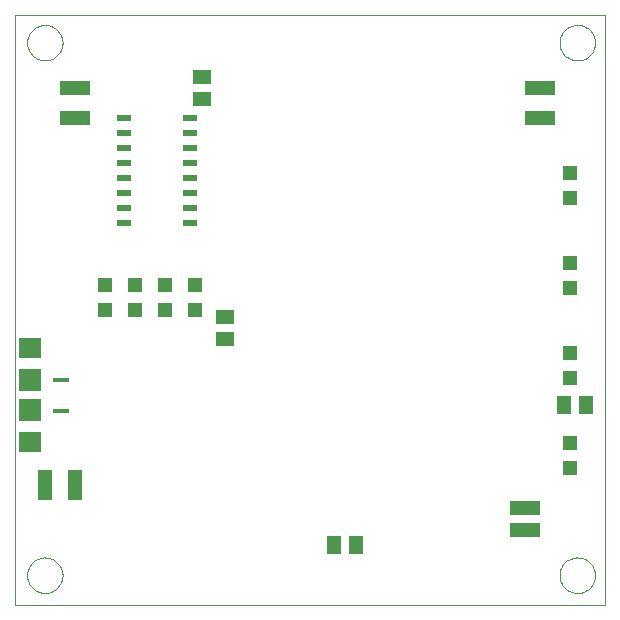
<source format=gtp>
G75*
%MOIN*%
%OFA0B0*%
%FSLAX24Y24*%
%IPPOS*%
%LPD*%
%AMOC8*
5,1,8,0,0,1.08239X$1,22.5*
%
%ADD10C,0.0000*%
%ADD11R,0.0472X0.0236*%
%ADD12R,0.0472X0.0472*%
%ADD13R,0.0512X0.0630*%
%ADD14R,0.0630X0.0512*%
%ADD15R,0.0500X0.1000*%
%ADD16R,0.1000X0.0500*%
%ADD17R,0.0551X0.0138*%
%ADD18R,0.0748X0.0709*%
%ADD19R,0.0748X0.0748*%
%ADD20R,0.0512X0.0591*%
%ADD21R,0.0591X0.0512*%
D10*
X000728Y000100D02*
X000728Y019785D01*
X020413Y019785D01*
X020413Y000100D01*
X000728Y000100D01*
X001137Y001100D02*
X001139Y001148D01*
X001145Y001196D01*
X001155Y001243D01*
X001168Y001289D01*
X001186Y001334D01*
X001206Y001378D01*
X001231Y001420D01*
X001259Y001459D01*
X001289Y001496D01*
X001323Y001530D01*
X001360Y001562D01*
X001398Y001591D01*
X001439Y001616D01*
X001482Y001638D01*
X001527Y001656D01*
X001573Y001670D01*
X001620Y001681D01*
X001668Y001688D01*
X001716Y001691D01*
X001764Y001690D01*
X001812Y001685D01*
X001860Y001676D01*
X001906Y001664D01*
X001951Y001647D01*
X001995Y001627D01*
X002037Y001604D01*
X002077Y001577D01*
X002115Y001547D01*
X002150Y001514D01*
X002182Y001478D01*
X002212Y001440D01*
X002238Y001399D01*
X002260Y001356D01*
X002280Y001312D01*
X002295Y001267D01*
X002307Y001220D01*
X002315Y001172D01*
X002319Y001124D01*
X002319Y001076D01*
X002315Y001028D01*
X002307Y000980D01*
X002295Y000933D01*
X002280Y000888D01*
X002260Y000844D01*
X002238Y000801D01*
X002212Y000760D01*
X002182Y000722D01*
X002150Y000686D01*
X002115Y000653D01*
X002077Y000623D01*
X002037Y000596D01*
X001995Y000573D01*
X001951Y000553D01*
X001906Y000536D01*
X001860Y000524D01*
X001812Y000515D01*
X001764Y000510D01*
X001716Y000509D01*
X001668Y000512D01*
X001620Y000519D01*
X001573Y000530D01*
X001527Y000544D01*
X001482Y000562D01*
X001439Y000584D01*
X001398Y000609D01*
X001360Y000638D01*
X001323Y000670D01*
X001289Y000704D01*
X001259Y000741D01*
X001231Y000780D01*
X001206Y000822D01*
X001186Y000866D01*
X001168Y000911D01*
X001155Y000957D01*
X001145Y001004D01*
X001139Y001052D01*
X001137Y001100D01*
X001137Y018850D02*
X001139Y018898D01*
X001145Y018946D01*
X001155Y018993D01*
X001168Y019039D01*
X001186Y019084D01*
X001206Y019128D01*
X001231Y019170D01*
X001259Y019209D01*
X001289Y019246D01*
X001323Y019280D01*
X001360Y019312D01*
X001398Y019341D01*
X001439Y019366D01*
X001482Y019388D01*
X001527Y019406D01*
X001573Y019420D01*
X001620Y019431D01*
X001668Y019438D01*
X001716Y019441D01*
X001764Y019440D01*
X001812Y019435D01*
X001860Y019426D01*
X001906Y019414D01*
X001951Y019397D01*
X001995Y019377D01*
X002037Y019354D01*
X002077Y019327D01*
X002115Y019297D01*
X002150Y019264D01*
X002182Y019228D01*
X002212Y019190D01*
X002238Y019149D01*
X002260Y019106D01*
X002280Y019062D01*
X002295Y019017D01*
X002307Y018970D01*
X002315Y018922D01*
X002319Y018874D01*
X002319Y018826D01*
X002315Y018778D01*
X002307Y018730D01*
X002295Y018683D01*
X002280Y018638D01*
X002260Y018594D01*
X002238Y018551D01*
X002212Y018510D01*
X002182Y018472D01*
X002150Y018436D01*
X002115Y018403D01*
X002077Y018373D01*
X002037Y018346D01*
X001995Y018323D01*
X001951Y018303D01*
X001906Y018286D01*
X001860Y018274D01*
X001812Y018265D01*
X001764Y018260D01*
X001716Y018259D01*
X001668Y018262D01*
X001620Y018269D01*
X001573Y018280D01*
X001527Y018294D01*
X001482Y018312D01*
X001439Y018334D01*
X001398Y018359D01*
X001360Y018388D01*
X001323Y018420D01*
X001289Y018454D01*
X001259Y018491D01*
X001231Y018530D01*
X001206Y018572D01*
X001186Y018616D01*
X001168Y018661D01*
X001155Y018707D01*
X001145Y018754D01*
X001139Y018802D01*
X001137Y018850D01*
X018887Y018850D02*
X018889Y018898D01*
X018895Y018946D01*
X018905Y018993D01*
X018918Y019039D01*
X018936Y019084D01*
X018956Y019128D01*
X018981Y019170D01*
X019009Y019209D01*
X019039Y019246D01*
X019073Y019280D01*
X019110Y019312D01*
X019148Y019341D01*
X019189Y019366D01*
X019232Y019388D01*
X019277Y019406D01*
X019323Y019420D01*
X019370Y019431D01*
X019418Y019438D01*
X019466Y019441D01*
X019514Y019440D01*
X019562Y019435D01*
X019610Y019426D01*
X019656Y019414D01*
X019701Y019397D01*
X019745Y019377D01*
X019787Y019354D01*
X019827Y019327D01*
X019865Y019297D01*
X019900Y019264D01*
X019932Y019228D01*
X019962Y019190D01*
X019988Y019149D01*
X020010Y019106D01*
X020030Y019062D01*
X020045Y019017D01*
X020057Y018970D01*
X020065Y018922D01*
X020069Y018874D01*
X020069Y018826D01*
X020065Y018778D01*
X020057Y018730D01*
X020045Y018683D01*
X020030Y018638D01*
X020010Y018594D01*
X019988Y018551D01*
X019962Y018510D01*
X019932Y018472D01*
X019900Y018436D01*
X019865Y018403D01*
X019827Y018373D01*
X019787Y018346D01*
X019745Y018323D01*
X019701Y018303D01*
X019656Y018286D01*
X019610Y018274D01*
X019562Y018265D01*
X019514Y018260D01*
X019466Y018259D01*
X019418Y018262D01*
X019370Y018269D01*
X019323Y018280D01*
X019277Y018294D01*
X019232Y018312D01*
X019189Y018334D01*
X019148Y018359D01*
X019110Y018388D01*
X019073Y018420D01*
X019039Y018454D01*
X019009Y018491D01*
X018981Y018530D01*
X018956Y018572D01*
X018936Y018616D01*
X018918Y018661D01*
X018905Y018707D01*
X018895Y018754D01*
X018889Y018802D01*
X018887Y018850D01*
X018887Y001100D02*
X018889Y001148D01*
X018895Y001196D01*
X018905Y001243D01*
X018918Y001289D01*
X018936Y001334D01*
X018956Y001378D01*
X018981Y001420D01*
X019009Y001459D01*
X019039Y001496D01*
X019073Y001530D01*
X019110Y001562D01*
X019148Y001591D01*
X019189Y001616D01*
X019232Y001638D01*
X019277Y001656D01*
X019323Y001670D01*
X019370Y001681D01*
X019418Y001688D01*
X019466Y001691D01*
X019514Y001690D01*
X019562Y001685D01*
X019610Y001676D01*
X019656Y001664D01*
X019701Y001647D01*
X019745Y001627D01*
X019787Y001604D01*
X019827Y001577D01*
X019865Y001547D01*
X019900Y001514D01*
X019932Y001478D01*
X019962Y001440D01*
X019988Y001399D01*
X020010Y001356D01*
X020030Y001312D01*
X020045Y001267D01*
X020057Y001220D01*
X020065Y001172D01*
X020069Y001124D01*
X020069Y001076D01*
X020065Y001028D01*
X020057Y000980D01*
X020045Y000933D01*
X020030Y000888D01*
X020010Y000844D01*
X019988Y000801D01*
X019962Y000760D01*
X019932Y000722D01*
X019900Y000686D01*
X019865Y000653D01*
X019827Y000623D01*
X019787Y000596D01*
X019745Y000573D01*
X019701Y000553D01*
X019656Y000536D01*
X019610Y000524D01*
X019562Y000515D01*
X019514Y000510D01*
X019466Y000509D01*
X019418Y000512D01*
X019370Y000519D01*
X019323Y000530D01*
X019277Y000544D01*
X019232Y000562D01*
X019189Y000584D01*
X019148Y000609D01*
X019110Y000638D01*
X019073Y000670D01*
X019039Y000704D01*
X019009Y000741D01*
X018981Y000780D01*
X018956Y000822D01*
X018936Y000866D01*
X018918Y000911D01*
X018905Y000957D01*
X018895Y001004D01*
X018889Y001052D01*
X018887Y001100D01*
D11*
X006580Y012850D03*
X006580Y013350D03*
X006580Y013850D03*
X006580Y014350D03*
X006580Y014850D03*
X006580Y015350D03*
X006580Y015850D03*
X006580Y016350D03*
X004375Y016350D03*
X004375Y015850D03*
X004375Y015350D03*
X004375Y014850D03*
X004375Y014350D03*
X004375Y013850D03*
X004375Y013350D03*
X004375Y012850D03*
D12*
X004728Y010763D03*
X005728Y010763D03*
X005728Y009937D03*
X004728Y009937D03*
X003728Y009937D03*
X003728Y010763D03*
X006728Y010763D03*
X006728Y009937D03*
X019228Y010687D03*
X019228Y011513D03*
X019228Y013687D03*
X019228Y014513D03*
X019228Y008513D03*
X019228Y007687D03*
X019228Y005513D03*
X019228Y004687D03*
D13*
X019030Y006777D03*
X019778Y006777D03*
D14*
X007728Y008976D03*
X007728Y009724D03*
D15*
X002728Y004100D03*
X001728Y004100D03*
D16*
X002728Y016350D03*
X002728Y017350D03*
X017728Y003350D03*
X017728Y002600D03*
X018228Y016350D03*
X018228Y017350D03*
D17*
X002271Y007612D03*
X002271Y006588D03*
D18*
X001228Y005525D03*
X001228Y008675D03*
D19*
X001228Y007600D03*
X001228Y006600D03*
D20*
X011354Y002100D03*
X012102Y002100D03*
D21*
X006978Y016976D03*
X006978Y017724D03*
M02*

</source>
